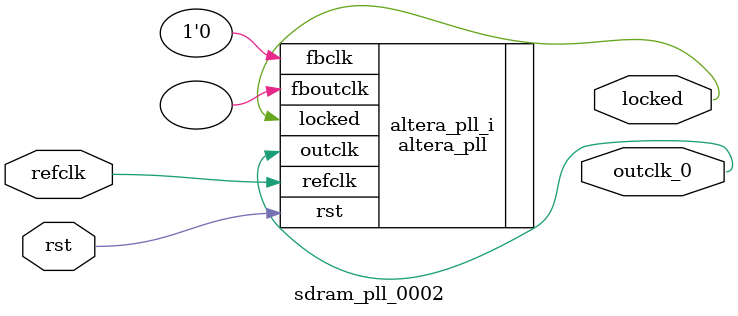
<source format=v>
`timescale 1ns/10ps
module  sdram_pll_0002(

	// interface 'refclk'
	input wire refclk,

	// interface 'reset'
	input wire rst,

	// interface 'outclk0'
	output wire outclk_0,

	// interface 'locked'
	output wire locked
);

	altera_pll #(
		.fractional_vco_multiplier("false"),
		.reference_clock_frequency("74.25 MHz"),
		.operation_mode("direct"),
		.number_of_clocks(1),
		.output_clock_frequency0("120.000000 MHz"),
		.phase_shift0("0 ps"),
		.duty_cycle0(50),
		.output_clock_frequency1("0 MHz"),
		.phase_shift1("0 ps"),
		.duty_cycle1(50),
		.output_clock_frequency2("0 MHz"),
		.phase_shift2("0 ps"),
		.duty_cycle2(50),
		.output_clock_frequency3("0 MHz"),
		.phase_shift3("0 ps"),
		.duty_cycle3(50),
		.output_clock_frequency4("0 MHz"),
		.phase_shift4("0 ps"),
		.duty_cycle4(50),
		.output_clock_frequency5("0 MHz"),
		.phase_shift5("0 ps"),
		.duty_cycle5(50),
		.output_clock_frequency6("0 MHz"),
		.phase_shift6("0 ps"),
		.duty_cycle6(50),
		.output_clock_frequency7("0 MHz"),
		.phase_shift7("0 ps"),
		.duty_cycle7(50),
		.output_clock_frequency8("0 MHz"),
		.phase_shift8("0 ps"),
		.duty_cycle8(50),
		.output_clock_frequency9("0 MHz"),
		.phase_shift9("0 ps"),
		.duty_cycle9(50),
		.output_clock_frequency10("0 MHz"),
		.phase_shift10("0 ps"),
		.duty_cycle10(50),
		.output_clock_frequency11("0 MHz"),
		.phase_shift11("0 ps"),
		.duty_cycle11(50),
		.output_clock_frequency12("0 MHz"),
		.phase_shift12("0 ps"),
		.duty_cycle12(50),
		.output_clock_frequency13("0 MHz"),
		.phase_shift13("0 ps"),
		.duty_cycle13(50),
		.output_clock_frequency14("0 MHz"),
		.phase_shift14("0 ps"),
		.duty_cycle14(50),
		.output_clock_frequency15("0 MHz"),
		.phase_shift15("0 ps"),
		.duty_cycle15(50),
		.output_clock_frequency16("0 MHz"),
		.phase_shift16("0 ps"),
		.duty_cycle16(50),
		.output_clock_frequency17("0 MHz"),
		.phase_shift17("0 ps"),
		.duty_cycle17(50),
		.pll_type("General"),
		.pll_subtype("General")
	) altera_pll_i (
		.rst	(rst),
		.outclk	({outclk_0}),
		.locked	(locked),
		.fboutclk	( ),
		.fbclk	(1'b0),
		.refclk	(refclk)
	);
endmodule


</source>
